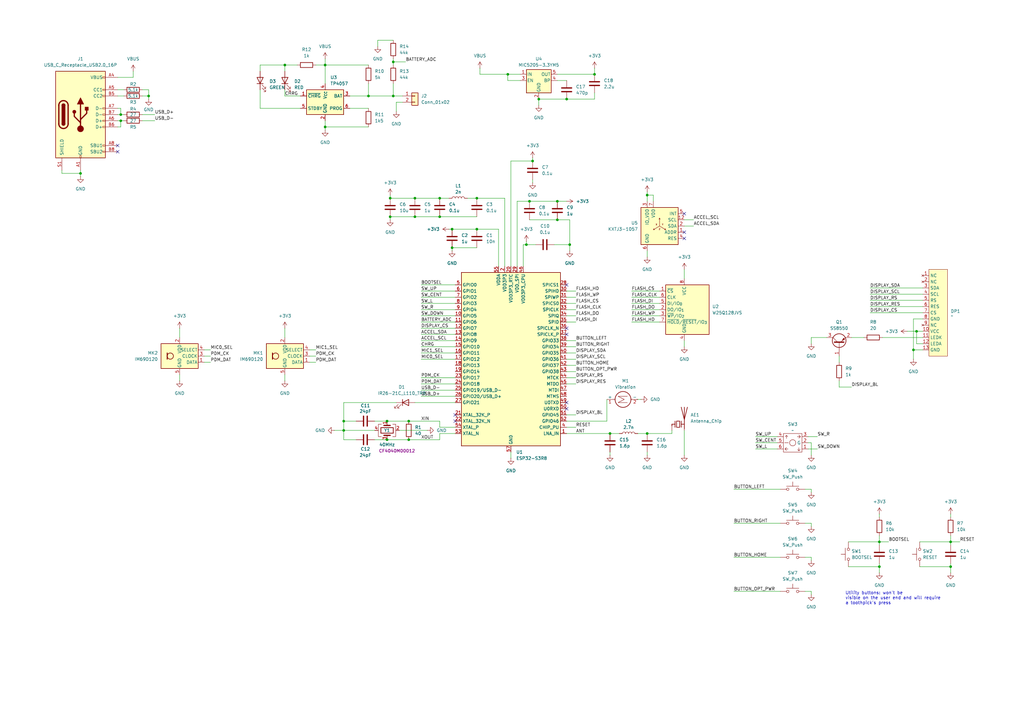
<source format=kicad_sch>
(kicad_sch (version 20250114) (generator "eeschema") (generator_version "9.0")
  (paper "A3")
  (text "Utility buttons: won't be\nvisible on the user end and will require\na toothpick's press" (at 346.71 242.57 0) (effects (font (size 1.27 1.27)) (justify left top)))
  (junction (at 389.89 232.41))
  (junction (at 233.68 100.33))
  (junction (at 180.34 88.9))
  (junction (at 133.35 26.67))
  (junction (at 170.18 81.28))
  (junction (at 140.97 176.53))
  (junction (at 375.92 135.89))
  (junction (at 218.44 66.04))
  (junction (at 195.58 93.98))
  (junction (at 180.34 81.28))
  (junction (at 133.35 52.07))
  (junction (at 116.84 26.67))
  (junction (at 158.75 172.72))
  (junction (at 49.53 46.99))
  (junction (at 160.02 81.28))
  (junction (at 49.53 49.53))
  (junction (at 228.6 82.55))
  (junction (at 33.02 71.12))
  (junction (at 232.41 40.64))
  (junction (at 60.96 39.37))
  (junction (at 389.89 222.25))
  (junction (at 228.6 90.17))
  (junction (at 217.17 82.55))
  (junction (at 185.42 101.6))
  (junction (at 161.29 25.4))
  (junction (at 360.68 222.25))
  (junction (at 140.97 172.72))
  (junction (at 158.75 180.34))
  (junction (at 265.43 177.8))
  (junction (at 243.84 30.48))
  (junction (at 160.02 88.9))
  (junction (at 220.98 40.64))
  (junction (at 185.42 93.98))
  (junction (at 170.18 88.9))
  (junction (at 151.13 39.37))
  (junction (at 360.68 232.41))
  (junction (at 374.65 143.51))
  (junction (at 215.9 100.33))
  (junction (at 208.28 30.48))
  (junction (at 265.43 80.01))
  (junction (at 195.58 81.28))
  (junction (at 167.64 180.34))
  (junction (at 167.64 172.72))
  (junction (at 161.29 39.37))
  (junction (at 250.19 177.8))
  (no_connect (at 280.67 95.25))
  (no_connect (at 232.41 167.64))
  (no_connect (at 280.67 97.79))
  (no_connect (at 186.69 170.18))
  (no_connect (at 232.41 134.62))
  (no_connect (at 186.69 172.72))
  (no_connect (at 48.26 59.69))
  (no_connect (at 232.41 116.84))
  (no_connect (at 232.41 137.16))
  (no_connect (at 232.41 165.1))
  (no_connect (at 48.26 62.23))
  (no_connect (at 280.67 87.63))
  (wire (pts (xy 184.15 93.98) (xy 185.42 93.98)))
  (wire (pts (xy 185.42 101.6) (xy 185.42 102.87)))
  (wire (pts (xy 218.44 73.66) (xy 218.44 74.93)))
  (wire (pts (xy 347.98 232.41) (xy 360.68 232.41)))
  (wire (pts (xy 172.72 154.94) (xy 186.69 154.94)))
  (wire (pts (xy 236.22 119.38) (xy 232.41 119.38)))
  (wire (pts (xy 236.22 124.46) (xy 232.41 124.46)))
  (wire (pts (xy 116.84 26.67) (xy 121.92 26.67)))
  (wire (pts (xy 360.68 219.71) (xy 360.68 222.25)))
  (wire (pts (xy 170.18 88.9) (xy 180.34 88.9)))
  (wire (pts (xy 151.13 34.29) (xy 151.13 39.37)))
  (wire (pts (xy 172.72 160.02) (xy 186.69 160.02)))
  (wire (pts (xy 161.29 39.37) (xy 165.1 39.37)))
  (wire (pts (xy 172.72 127) (xy 186.69 127)))
  (wire (pts (xy 180.34 88.9) (xy 195.58 88.9)))
  (wire (pts (xy 160.02 81.28) (xy 170.18 81.28)))
  (wire (pts (xy 280.67 176.53) (xy 280.67 186.69)))
  (wire (pts (xy 217.17 90.17) (xy 228.6 90.17)))
  (wire (pts (xy 236.22 121.92) (xy 232.41 121.92)))
  (wire (pts (xy 172.72 121.92) (xy 186.69 121.92)))
  (wire (pts (xy 360.68 210.82) (xy 360.68 212.09)))
  (wire (pts (xy 300.99 228.6) (xy 320.04 228.6)))
  (wire (pts (xy 195.58 81.28) (xy 191.77 81.28)))
  (wire (pts (xy 236.22 157.48) (xy 232.41 157.48)))
  (wire (pts (xy 48.26 46.99) (xy 49.53 46.99)))
  (wire (pts (xy 140.97 165.1) (xy 140.97 172.72)))
  (wire (pts (xy 344.17 146.05) (xy 344.17 148.59)))
  (wire (pts (xy 331.47 179.07) (xy 335.28 179.07)))
  (wire (pts (xy 228.6 30.48) (xy 243.84 30.48)))
  (wire (pts (xy 133.35 26.67) (xy 133.35 24.13)))
  (wire (pts (xy 180.34 177.8) (xy 180.34 180.34)))
  (wire (pts (xy 332.74 228.6) (xy 332.74 229.87)))
  (wire (pts (xy 186.69 175.26) (xy 180.34 175.26)))
  (wire (pts (xy 243.84 40.64) (xy 243.84 38.1)))
  (wire (pts (xy 377.19 232.41) (xy 389.89 232.41)))
  (wire (pts (xy 236.22 144.78) (xy 232.41 144.78)))
  (wire (pts (xy 356.87 128.27) (xy 378.46 128.27)))
  (wire (pts (xy 265.43 80.01) (xy 265.43 82.55)))
  (wire (pts (xy 153.67 180.34) (xy 158.75 180.34)))
  (wire (pts (xy 213.36 33.02) (xy 208.28 33.02)))
  (wire (pts (xy 349.25 158.75) (xy 344.17 158.75)))
  (wire (pts (xy 48.26 49.53) (xy 49.53 49.53)))
  (wire (pts (xy 361.95 138.43) (xy 378.46 138.43)))
  (wire (pts (xy 172.72 139.7) (xy 186.69 139.7)))
  (wire (pts (xy 172.72 119.38) (xy 186.69 119.38)))
  (wire (pts (xy 389.89 210.82) (xy 389.89 212.09)))
  (wire (pts (xy 259.08 129.54) (xy 270.51 129.54)))
  (wire (pts (xy 309.88 179.07) (xy 318.77 179.07)))
  (wire (pts (xy 300.99 242.57) (xy 320.04 242.57)))
  (wire (pts (xy 332.74 186.69) (xy 332.74 181.61)))
  (wire (pts (xy 160.02 88.9) (xy 160.02 90.17)))
  (wire (pts (xy 172.72 116.84) (xy 186.69 116.84)))
  (wire (pts (xy 212.09 109.22) (xy 212.09 82.55)))
  (wire (pts (xy 127 146.05) (xy 129.54 146.05)))
  (wire (pts (xy 48.26 36.83) (xy 50.8 36.83)))
  (wire (pts (xy 127 143.51) (xy 129.54 143.51)))
  (wire (pts (xy 309.88 181.61) (xy 318.77 181.61)))
  (wire (pts (xy 127 148.59) (xy 129.54 148.59)))
  (wire (pts (xy 378.46 140.97) (xy 375.92 140.97)))
  (wire (pts (xy 356.87 118.11) (xy 378.46 118.11)))
  (wire (pts (xy 300.99 214.63) (xy 320.04 214.63)))
  (wire (pts (xy 54.61 31.75) (xy 48.26 31.75)))
  (wire (pts (xy 232.41 149.86) (xy 236.22 149.86)))
  (wire (pts (xy 275.59 177.8) (xy 275.59 176.53)))
  (wire (pts (xy 375.92 135.89) (xy 378.46 135.89)))
  (wire (pts (xy 186.69 177.8) (xy 180.34 177.8)))
  (wire (pts (xy 170.18 165.1) (xy 186.69 165.1)))
  (wire (pts (xy 265.43 78.74) (xy 265.43 80.01)))
  (wire (pts (xy 389.89 222.25) (xy 389.89 223.52)))
  (wire (pts (xy 162.56 165.1) (xy 140.97 165.1)))
  (wire (pts (xy 375.92 140.97) (xy 375.92 135.89)))
  (wire (pts (xy 261.62 163.83) (xy 262.89 163.83)))
  (wire (pts (xy 83.82 146.05) (xy 86.36 146.05)))
  (wire (pts (xy 25.4 69.85) (xy 25.4 71.12)))
  (wire (pts (xy 360.68 222.25) (xy 364.49 222.25)))
  (wire (pts (xy 204.47 109.22) (xy 204.47 93.98)))
  (wire (pts (xy 165.1 41.91) (xy 162.56 41.91)))
  (wire (pts (xy 330.2 242.57) (xy 332.74 242.57)))
  (wire (pts (xy 265.43 177.8) (xy 275.59 177.8)))
  (wire (pts (xy 233.68 90.17) (xy 233.68 100.33)))
  (wire (pts (xy 153.67 172.72) (xy 158.75 172.72)))
  (wire (pts (xy 172.72 157.48) (xy 186.69 157.48)))
  (wire (pts (xy 233.68 102.87) (xy 233.68 100.33)))
  (wire (pts (xy 140.97 176.53) (xy 140.97 180.34)))
  (wire (pts (xy 116.84 26.67) (xy 116.84 29.21)))
  (wire (pts (xy 167.64 180.34) (xy 180.34 180.34)))
  (wire (pts (xy 374.65 143.51) (xy 378.46 143.51)))
  (wire (pts (xy 180.34 175.26) (xy 180.34 172.72)))
  (wire (pts (xy 220.98 40.64) (xy 232.41 40.64)))
  (wire (pts (xy 300.99 200.66) (xy 320.04 200.66)))
  (wire (pts (xy 60.96 39.37) (xy 60.96 36.83)))
  (wire (pts (xy 106.68 29.21) (xy 106.68 26.67)))
  (wire (pts (xy 33.02 71.12) (xy 33.02 72.39)))
  (wire (pts (xy 207.01 109.22) (xy 207.01 81.28)))
  (wire (pts (xy 232.41 142.24) (xy 236.22 142.24)))
  (wire (pts (xy 339.09 138.43) (xy 332.74 138.43)))
  (wire (pts (xy 58.42 39.37) (xy 60.96 39.37)))
  (wire (pts (xy 172.72 162.56) (xy 186.69 162.56)))
  (wire (pts (xy 220.98 40.64) (xy 220.98 43.18)))
  (wire (pts (xy 161.29 25.4) (xy 166.37 25.4)))
  (wire (pts (xy 172.72 129.54) (xy 186.69 129.54)))
  (wire (pts (xy 356.87 123.19) (xy 378.46 123.19)))
  (wire (pts (xy 248.92 172.72) (xy 248.92 163.83)))
  (wire (pts (xy 332.74 181.61) (xy 331.47 181.61)))
  (wire (pts (xy 259.08 119.38) (xy 270.51 119.38)))
  (wire (pts (xy 49.53 46.99) (xy 50.8 46.99)))
  (wire (pts (xy 228.6 82.55) (xy 232.41 82.55)))
  (wire (pts (xy 133.35 52.07) (xy 133.35 53.34)))
  (wire (pts (xy 172.72 137.16) (xy 186.69 137.16)))
  (wire (pts (xy 360.68 222.25) (xy 360.68 223.52)))
  (wire (pts (xy 83.82 148.59) (xy 86.36 148.59)))
  (wire (pts (xy 151.13 52.07) (xy 133.35 52.07)))
  (wire (pts (xy 116.84 153.67) (xy 116.84 156.21)))
  (wire (pts (xy 158.75 180.34) (xy 167.64 180.34)))
  (wire (pts (xy 143.51 44.45) (xy 151.13 44.45)))
  (wire (pts (xy 129.54 26.67) (xy 133.35 26.67)))
  (wire (pts (xy 217.17 82.55) (xy 228.6 82.55)))
  (wire (pts (xy 378.46 130.81) (xy 374.65 130.81)))
  (wire (pts (xy 33.02 71.12) (xy 33.02 69.85)))
  (wire (pts (xy 236.22 132.08) (xy 232.41 132.08)))
  (wire (pts (xy 167.64 172.72) (xy 180.34 172.72)))
  (wire (pts (xy 259.08 121.92) (xy 270.51 121.92)))
  (wire (pts (xy 265.43 102.87) (xy 265.43 105.41)))
  (wire (pts (xy 172.72 144.78) (xy 186.69 144.78)))
  (wire (pts (xy 374.65 130.81) (xy 374.65 143.51)))
  (wire (pts (xy 180.34 81.28) (xy 184.15 81.28)))
  (wire (pts (xy 48.26 52.07) (xy 49.53 52.07)))
  (wire (pts (xy 49.53 52.07) (xy 49.53 49.53)))
  (wire (pts (xy 172.72 147.32) (xy 186.69 147.32)))
  (wire (pts (xy 196.85 27.94) (xy 196.85 30.48)))
  (wire (pts (xy 214.63 100.33) (xy 215.9 100.33)))
  (wire (pts (xy 280.67 110.49) (xy 280.67 114.3)))
  (wire (pts (xy 208.28 33.02) (xy 208.28 30.48)))
  (wire (pts (xy 349.25 138.43) (xy 354.33 138.43)))
  (wire (pts (xy 140.97 176.53) (xy 140.97 172.72)))
  (wire (pts (xy 330.2 228.6) (xy 332.74 228.6)))
  (wire (pts (xy 280.67 90.17) (xy 284.48 90.17)))
  (wire (pts (xy 151.13 26.67) (xy 133.35 26.67)))
  (wire (pts (xy 360.68 232.41) (xy 360.68 234.95)))
  (wire (pts (xy 172.72 134.62) (xy 186.69 134.62)))
  (wire (pts (xy 140.97 176.53) (xy 153.67 176.53)))
  (wire (pts (xy 172.72 142.24) (xy 186.69 142.24)))
  (wire (pts (xy 232.41 152.4) (xy 236.22 152.4)))
  (wire (pts (xy 161.29 16.51) (xy 154.94 16.51)))
  (wire (pts (xy 185.42 93.98) (xy 195.58 93.98)))
  (wire (pts (xy 232.41 139.7) (xy 236.22 139.7)))
  (wire (pts (xy 215.9 99.06) (xy 215.9 100.33)))
  (wire (pts (xy 228.6 90.17) (xy 233.68 90.17)))
  (wire (pts (xy 309.88 184.15) (xy 318.77 184.15)))
  (wire (pts (xy 106.68 26.67) (xy 116.84 26.67)))
  (wire (pts (xy 332.74 138.43) (xy 332.74 140.97)))
  (wire (pts (xy 185.42 101.6) (xy 195.58 101.6)))
  (wire (pts (xy 236.22 129.54) (xy 232.41 129.54)))
  (wire (pts (xy 236.22 154.94) (xy 232.41 154.94)))
  (wire (pts (xy 215.9 100.33) (xy 219.71 100.33)))
  (wire (pts (xy 331.47 184.15) (xy 335.28 184.15)))
  (wire (pts (xy 332.74 200.66) (xy 332.74 201.93)))
  (wire (pts (xy 389.89 219.71) (xy 389.89 222.25)))
  (wire (pts (xy 232.41 177.8) (xy 250.19 177.8)))
  (wire (pts (xy 172.72 132.08) (xy 186.69 132.08)))
  (wire (pts (xy 236.22 147.32) (xy 232.41 147.32)))
  (wire (pts (xy 332.74 242.57) (xy 332.74 243.84)))
  (wire (pts (xy 356.87 125.73) (xy 378.46 125.73)))
  (wire (pts (xy 344.17 158.75) (xy 344.17 156.21)))
  (wire (pts (xy 54.61 29.21) (xy 54.61 31.75)))
  (wire (pts (xy 151.13 39.37) (xy 161.29 39.37)))
  (wire (pts (xy 161.29 24.13) (xy 161.29 25.4)))
  (wire (pts (xy 243.84 27.94) (xy 243.84 30.48)))
  (wire (pts (xy 267.97 82.55) (xy 267.97 80.01)))
  (wire (pts (xy 133.35 26.67) (xy 133.35 34.29)))
  (wire (pts (xy 227.33 100.33) (xy 233.68 100.33)))
  (wire (pts (xy 154.94 16.51) (xy 154.94 19.05)))
  (wire (pts (xy 232.41 40.64) (xy 243.84 40.64)))
  (wire (pts (xy 162.56 41.91) (xy 162.56 45.72)))
  (wire (pts (xy 330.2 214.63) (xy 332.74 214.63)))
  (wire (pts (xy 347.98 222.25) (xy 360.68 222.25)))
  (wire (pts (xy 218.44 64.77) (xy 218.44 66.04)))
  (wire (pts (xy 161.29 25.4) (xy 161.29 26.67)))
  (wire (pts (xy 236.22 127) (xy 232.41 127)))
  (wire (pts (xy 137.16 176.53) (xy 140.97 176.53)))
  (wire (pts (xy 372.11 135.89) (xy 375.92 135.89)))
  (wire (pts (xy 207.01 81.28) (xy 195.58 81.28)))
  (wire (pts (xy 58.42 46.99) (xy 63.5 46.99)))
  (wire (pts (xy 209.55 185.42) (xy 209.55 187.96)))
  (wire (pts (xy 172.72 124.46) (xy 186.69 124.46)))
  (wire (pts (xy 259.08 124.46) (xy 270.51 124.46)))
  (wire (pts (xy 267.97 80.01) (xy 265.43 80.01)))
  (wire (pts (xy 209.55 109.22) (xy 209.55 66.04)))
  (wire (pts (xy 163.83 176.53) (xy 175.26 176.53)))
  (wire (pts (xy 214.63 109.22) (xy 214.63 100.33)))
  (wire (pts (xy 106.68 44.45) (xy 123.19 44.45)))
  (wire (pts (xy 58.42 49.53) (xy 63.5 49.53)))
  (wire (pts (xy 48.26 44.45) (xy 49.53 44.45)))
  (wire (pts (xy 48.26 39.37) (xy 50.8 39.37)))
  (wire (pts (xy 196.85 30.48) (xy 208.28 30.48)))
  (wire (pts (xy 209.55 66.04) (xy 218.44 66.04)))
  (wire (pts (xy 49.53 44.45) (xy 49.53 46.99)))
  (wire (pts (xy 106.68 36.83) (xy 106.68 44.45)))
  (wire (pts (xy 374.65 143.51) (xy 374.65 147.32)))
  (wire (pts (xy 360.68 232.41) (xy 360.68 231.14)))
  (wire (pts (xy 73.66 134.62) (xy 73.66 138.43)))
  (wire (pts (xy 356.87 120.65) (xy 378.46 120.65)))
  (wire (pts (xy 140.97 180.34) (xy 146.05 180.34)))
  (wire (pts (xy 133.35 49.53) (xy 133.35 52.07)))
  (wire (pts (xy 261.62 177.8) (xy 265.43 177.8)))
  (wire (pts (xy 280.67 92.71) (xy 284.48 92.71)))
  (wire (pts (xy 232.41 172.72) (xy 248.92 172.72)))
  (wire (pts (xy 332.74 214.63) (xy 332.74 215.9)))
  (wire (pts (xy 60.96 40.64) (xy 60.96 39.37)))
  (wire (pts (xy 116.84 134.62) (xy 116.84 138.43)))
  (wire (pts (xy 123.19 39.37) (xy 116.84 39.37)))
  (wire (pts (xy 259.08 127) (xy 270.51 127)))
  (wire (pts (xy 170.18 81.28) (xy 180.34 81.28)))
  (wire (pts (xy 212.09 82.55) (xy 217.17 82.55)))
  (wire (pts (xy 250.19 177.8) (xy 254 177.8)))
  (wire (pts (xy 389.89 231.14) (xy 389.89 232.41)))
  (wire (pts (xy 250.19 186.69) (xy 250.19 185.42)))
  (wire (pts (xy 158.75 172.72) (xy 167.64 172.72)))
  (wire (pts (xy 208.28 30.48) (xy 213.36 30.48)))
  (wire (pts (xy 265.43 186.69) (xy 265.43 185.42)))
  (wire (pts (xy 377.19 222.25) (xy 389.89 222.25)))
  (wire (pts (xy 389.89 232.41) (xy 389.89 234.95)))
  (wire (pts (xy 116.84 39.37) (xy 116.84 36.83)))
  (wire (pts (xy 232.41 175.26) (xy 236.22 175.26)))
  (wire (pts (xy 160.02 80.01) (xy 160.02 81.28)))
  (wire (pts (xy 389.89 222.25) (xy 393.7 222.25)))
  (wire (pts (xy 25.4 71.12) (xy 33.02 71.12)))
  (wire (pts (xy 330.2 200.66) (xy 332.74 200.66)))
  (wire (pts (xy 204.47 93.98) (xy 195.58 93.98)))
  (wire (pts (xy 140.97 172.72) (xy 146.05 172.72)))
  (wire (pts (xy 161.29 34.29) (xy 161.29 39.37)))
  (wire (pts (xy 83.82 143.51) (xy 86.36 143.51)))
  (wire (pts (xy 49.53 49.53) (xy 50.8 49.53)))
  (wire (pts (xy 232.41 170.18) (xy 236.22 170.18)))
  (wire (pts (xy 228.6 33.02) (xy 232.41 33.02)))
  (wire (pts (xy 280.67 139.7) (xy 280.67 142.24)))
  (wire (pts (xy 60.96 36.83) (xy 58.42 36.83)))
  (wire (pts (xy 259.08 132.08) (xy 270.51 132.08)))
  (wire (pts (xy 143.51 39.37) (xy 151.13 39.37)))
  (wire (pts (xy 73.66 153.67) (xy 73.66 156.21)))
  (wire (pts (xy 160.02 88.9) (xy 170.18 88.9)))
  (label "PDM_DAT" (at 172.72 157.48 0))
  (label "SW_UP" (at 309.88 179.07 0))
  (label "ACCEL_SCL" (at 284.48 90.17 0))
  (label "XIN" (at 172.72 172.72 0))
  (label "PDM_CK" (at 172.72 154.94 0))
  (label "BUTTON_OPT_PWR" (at 300.99 242.57 0))
  (label "ANT" (at 236.22 177.8 0))
  (label "FLASH_HD" (at 236.22 119.38 0))
  (label "BOOTSEL" (at 172.72 116.84 0))
  (label "SW_R" (at 172.72 127 0))
  (label "DISPLAY_RS" (at 356.87 123.19 0))
  (label "SW_DOWN" (at 335.28 184.15 0))
  (label "RESET" (at 393.7 222.25 0))
  (label "XOUT" (at 172.72 180.34 0))
  (label "FLASH_DI" (at 236.22 132.08 0))
  (label "BUTTON_LEFT" (at 236.22 139.7 0))
  (label "FLASH_CS" (at 236.22 124.46 0))
  (label "MIC0_SEL" (at 172.72 147.32 0))
  (label "PDM_CK" (at 129.54 146.05 0))
  (label "PDM_DAT" (at 129.54 148.59 0))
  (label "PDM_CK" (at 86.36 146.05 0))
  (label "MIC1_SEL" (at 129.54 143.51 0))
  (label "DISPLAY_SCL" (at 356.87 120.65 0))
  (label "RESET" (at 236.22 175.26 0))
  (label "SW_L" (at 309.88 184.15 0))
  (label "DISPLAY_RES" (at 236.22 157.48 0))
  (label "SW_UP" (at 172.72 119.38 0))
  (label "FLASH_WP" (at 259.08 129.54 0))
  (label "BUTTON_HOME" (at 236.22 149.86 0))
  (label "BUTTON_OPT_PWR" (at 236.22 152.4 0))
  (label "FLASH_WP" (at 236.22 121.92 0))
  (label "DISPLAY_BL" (at 236.22 170.18 0))
  (label "BOOTSEL" (at 364.49 222.25 0))
  (label "DISPLAY_SDA" (at 236.22 144.78 0))
  (label "FLASH_CLK" (at 259.08 121.92 0))
  (label "DISPLAY_RS" (at 236.22 154.94 0))
  (label "FLASH_HD" (at 259.08 132.08 0))
  (label "USB_D+" (at 63.5 46.99 0))
  (label "SW_R" (at 335.28 179.07 0))
  (label "DISPLAY_CS" (at 172.72 134.62 0))
  (label "DISPLAY_SCL" (at 236.22 147.32 0))
  (label "USB_D-" (at 63.5 49.53 0))
  (label "DISPLAY_CS" (at 356.87 128.27 0))
  (label "BATTERY_ADC" (at 166.37 25.4 0))
  (label "ACCEL_SDA" (at 284.48 92.71 0))
  (label "FLASH_DI" (at 259.08 124.46 0))
  (label "SW_CENT" (at 172.72 121.92 0))
  (label "SW_DOWN" (at 172.72 129.54 0))
  (label "ACCEL_SDA" (at 172.72 137.16 0))
  (label "BUTTON_LEFT" (at 300.99 200.66 0))
  (label "USB_D+" (at 172.72 162.56 0))
  (label "DISPLAY_BL" (at 349.25 158.75 0))
  (label "FLASH_CS" (at 259.08 119.38 0))
  (label "DISPLAY_SDA" (at 356.87 118.11 0))
  (label "ACCEL_SCL" (at 172.72 139.7 0))
  (label "MIC1_SEL" (at 172.72 144.78 0))
  (label "USB_D-" (at 172.72 160.02 0))
  (label "SW_CENT" (at 309.88 181.61 0))
  (label "BATTERY_ADC" (at 172.72 132.08 0))
  (label "BUTTON_RIGHT" (at 236.22 142.24 0))
  (label "BUTTON_HOME" (at 300.99 228.6 0))
  (label "PDM_DAT" (at 86.36 148.59 0))
  (label "FLASH_DO" (at 259.08 127 0))
  (label "CHRG" (at 116.84 39.37 0))
  (label "DISPLAY_RES" (at 356.87 125.73 0))
  (label "SW_L" (at 172.72 124.46 0))
  (label "BUTTON_RIGHT" (at 300.99 214.63 0))
  (label "FLASH_DO" (at 236.22 129.54 0))
  (label "FLASH_CLK" (at 236.22 127 0))
  (label "MIC0_SEL" (at 86.36 143.51 0))
  (label "CHRG" (at 172.72 142.24 0))
  (symbol (lib_id "power:+3V3") (at 215.9 99.06 0) (unit 1)
    (property "Reference" "#PWR05" (effects (hide yes)))
    (property "Value" "+3V3" (at 215.9 93.98 0))
    (property "Description" "Power symbol creates a global label with name \"+3V3\"" (effects (hide yes)))
  )
  (symbol (lib_id "power:+3V3") (at 360.68 210.82 0) (unit 1)
    (property "Reference" "#PWR020" (effects (hide yes)))
    (property "Value" "+3V3" (at 360.68 205.74 0))
    (property "Description" "Power symbol creates a global label with name \"+3V3\"" (effects (hide yes)))
  )
  (symbol (lib_id "Switch:SW_Push") (at 325.12 228.6 0) (unit 1)
    (property "Reference" "SW6" (at 325.12 220.98 0))
    (property "Value" "SW_Push" (at 325.12 223.52 0))
    (property "Footprint" "Button_Switch_SMD:SW_Push_1P1T_NO_Vertical_Wuerth_434133025816" (effects (hide yes)))
    (property "Description" "Push button switch, generic, two pins" (effects (hide yes)))
  )
  (symbol (lib_id "power:GND") (at 332.74 201.93 0) (unit 1)
    (property "Reference" "#PWR026" (effects (hide yes)))
    (property "Value" "GND" (at 332.74 207.01 0))
    (property "Description" "Power symbol creates a global label with name \"GND\" , ground" (effects (hide yes)))
  )
  (symbol (lib_id "Device:R") (at 54.61 36.83 90) (unit 1)
    (property "Reference" "R2" (at 54.61 34.544 90))
    (property "Value" "5.1k" (at 54.61 36.83 90))
    (property "Footprint" "Resistor_SMD:R_0402_1005Metric" (effects (hide yes)))
    (property "Description" "Resistor" (effects (hide yes)))
  )
  (symbol (lib_id "power:VBUS") (at 54.61 29.21 0) (unit 1)
    (property "Reference" "#PWR012" (effects (hide yes)))
    (property "Value" "VBUS" (at 54.61 24.13 0))
    (property "Description" "Power symbol creates a global label with name \"VBUS\"" (effects (hide yes)))
  )
  (symbol (lib_id "power:GND") (at 73.66 156.21 0) (unit 1)
    (property "Reference" "#PWR045" (effects (hide yes)))
    (property "Value" "GND" (at 73.66 161.29 0))
    (property "Description" "Power symbol creates a global label with name \"GND\" , ground" (effects (hide yes)))
  )
  (symbol (lib_id "Device:C") (at 360.68 227.33 0) (unit 1)
    (property "Reference" "C13" (at 364.49 226.0599 0) (effects (justify left)))
    (property "Value" "1u" (at 364.49 228.5999 0) (effects (justify left)))
    (property "Footprint" "Capacitor_SMD:C_0402_1005Metric" (effects (hide yes)))
    (property "Description" "Unpolarized capacitor" (effects (hide yes)))
  )
  (symbol (lib_id "Device:C") (at 170.18 85.09 0) (unit 1)
    (property "Reference" "C5" (at 173.99 83.8199 0) (effects (justify left)))
    (property "Value" "1u" (at 173.99 86.3599 0) (effects (justify left)))
    (property "Footprint" "Capacitor_SMD:C_0402_1005Metric" (effects (hide yes)))
    (property "Description" "Unpolarized capacitor" (effects (hide yes)))
  )
  (symbol (lib_id "Device:C") (at 389.89 227.33 0) (unit 1)
    (property "Reference" "C14" (at 393.7 226.0599 0) (effects (justify left)))
    (property "Value" "1u" (at 393.7 228.5999 0) (effects (justify left)))
    (property "Footprint" "Capacitor_SMD:C_0402_1005Metric" (effects (hide yes)))
    (property "Description" "Unpolarized capacitor" (effects (hide yes)))
  )
  (symbol (lib_id "Device:C") (at 217.17 86.36 0) (unit 1)
    (property "Reference" "C8" (at 220.98 85.0899 0) (effects (justify left)))
    (property "Value" "0.1u" (at 220.98 87.6299 0) (effects (justify left)))
    (property "Footprint" "Capacitor_SMD:C_0402_1005Metric" (effects (hide yes)))
    (property "Description" "Unpolarized capacitor" (effects (hide yes)))
  )
  (symbol (lib_id "Device:R") (at 360.68 215.9 0) (unit 1)
    (property "Reference" "R6" (at 363.22 214.6299 0) (effects (justify left)))
    (property "Value" "10k" (at 363.22 217.1699 0) (effects (justify left)))
    (property "Footprint" "Resistor_SMD:R_0402_1005Metric" (effects (hide yes)))
    (property "Description" "Resistor" (effects (hide yes)))
  )
  (symbol (lib_id "Connector_Generic:Conn_01x02") (at 170.18 39.37 0) (unit 1)
    (property "Reference" "J2" (at 172.72 39.3699 0) (effects (justify left)))
    (property "Value" "Conn_01x02" (at 172.72 41.9099 0) (effects (justify left)))
    (property "Footprint" "Connector_JST:JST_PH_S2B-PH-SM4-TB_1x02-1MP_P2.00mm_Horizontal" (effects (hide yes)))
    (property "Description" "Generic connector, single row, 01x02, script generated (kicad-library-utils/schlib/autogen/connector/)" (effects (hide yes)))
  )
  (symbol (lib_id "Device:C") (at 243.84 34.29 0) (unit 1)
    (property "Reference" "C18" (at 247.65 33.0199 0) (effects (justify left)))
    (property "Value" "2.2u" (at 247.65 35.5599 0) (effects (justify left)))
    (property "Footprint" "Capacitor_SMD:C_0402_1005Metric" (effects (hide yes)))
    (property "Description" "Unpolarized capacitor" (effects (hide yes)))
  )
  (symbol (lib_id "power:GND") (at 116.84 156.21 0) (unit 1)
    (property "Reference" "#PWR046" (effects (hide yes)))
    (property "Value" "GND" (at 116.84 161.29 0))
    (property "Description" "Power symbol creates a global label with name \"GND\" , ground" (effects (hide yes)))
  )
  (symbol (lib_id "power:+3V3") (at 372.11 135.89 90) (unit 1)
    (property "Reference" "#PWR023" (effects (hide yes)))
    (property "Value" "+3V3" (at 368.3 135.8899 90) (effects (justify left)))
    (property "Description" "Power symbol creates a global label with name \"+3V3\"" (effects (hide yes)))
  )
  (symbol (lib_id "power:GND") (at 332.74 186.69 0) (unit 1)
    (property "Reference" "#PWR025" (effects (hide yes)))
    (property "Value" "GND" (at 332.74 191.77 0))
    (property "Description" "Power symbol creates a global label with name \"GND\" , ground" (effects (hide yes)))
  )
  (symbol (lib_id "Device:C") (at 160.02 85.09 0) (unit 1)
    (property "Reference" "C6" (at 163.83 83.8199 0) (effects (justify left)))
    (property "Value" "10u" (at 163.83 86.3599 0) (effects (justify left)))
    (property "Footprint" "Capacitor_SMD:C_0402_1005Metric" (effects (hide yes)))
    (property "Description" "Unpolarized capacitor" (effects (hide yes)))
  )
  (symbol (lib_id "Device:C") (at 218.44 69.85 0) (unit 1)
    (property "Reference" "C7" (at 222.25 68.5799 0) (effects (justify left)))
    (property "Value" "0.1u" (at 222.25 71.1199 0) (effects (justify left)))
    (property "Footprint" "Capacitor_SMD:C_0402_1005Metric" (effects (hide yes)))
    (property "Description" "Unpolarized capacitor" (effects (hide yes)))
  )
  (symbol (lib_id "power:GND") (at 250.19 186.69 0) (unit 1)
    (property "Reference" "#PWR031" (effects (hide yes)))
    (property "Value" "GND" (at 250.19 191.77 0))
    (property "Description" "Power symbol creates a global label with name \"GND\" , ground" (effects (hide yes)))
  )
  (symbol (lib_id "Device:L") (at 187.96 81.28 90) (unit 1)
    (property "Reference" "L1" (at 187.96 76.2 90))
    (property "Value" "2n" (at 187.96 78.74 90))
    (property "Footprint" "Inductor_SMD:L_0402_1005Metric" (effects (hide yes)))
    (property "Description" "Inductor" (effects (hide yes)))
  )
  (symbol (lib_id "Device:C") (at 180.34 85.09 0) (unit 1)
    (property "Reference" "C4" (at 184.15 83.8199 0) (effects (justify left)))
    (property "Value" "0.1u" (at 184.15 86.3599 0) (effects (justify left)))
    (property "Footprint" "Capacitor_SMD:C_0402_1005Metric" (effects (hide yes)))
    (property "Description" "Unpolarized capacitor" (effects (hide yes)))
  )
  (symbol (lib_id "Switch:SW_Push") (at 347.98 227.33 90) (unit 1)
    (property "Reference" "SW1" (at 349.25 226.0599 90) (effects (justify right)))
    (property "Value" "BOOTSEL" (at 349.25 228.5999 90) (effects (justify right)))
    (property "Footprint" "Button_Switch_SMD:SW_Push_1P1T_NO_CK_KMR2" (effects (hide yes)))
    (property "Description" "Push button switch, generic, two pins" (effects (hide yes)))
  )
  (symbol (lib_id "Device:C") (at 232.41 36.83 0) (unit 1)
    (property "Reference" "C17" (at 236.22 35.5599 0) (effects (justify left)))
    (property "Value" "470p" (at 236.22 38.0999 0) (effects (justify left)))
    (property "Footprint" "Capacitor_SMD:C_0402_1005Metric" (effects (hide yes)))
    (property "Description" "Unpolarized capacitor" (effects (hide yes)))
  )
  (symbol (lib_id "power:GND") (at 209.55 187.96 0) (unit 1)
    (property "Reference" "#PWR010" (effects (hide yes)))
    (property "Value" "GND" (at 209.55 193.04 0))
    (property "Description" "Power symbol creates a global label with name \"GND\" , ground" (effects (hide yes)))
  )
  (symbol (lib_id "Device:C") (at 223.52 100.33 90) (unit 1)
    (property "Reference" "C10" (at 223.52 92.71 90))
    (property "Value" "0.1u" (at 223.52 95.25 90))
    (property "Footprint" "Capacitor_SMD:C_0402_1005Metric" (effects (hide yes)))
    (property "Description" "Unpolarized capacitor" (effects (hide yes)))
  )
  (symbol (lib_id "Device:C") (at 250.19 181.61 0) (unit 1)
    (property "Reference" "C15" (at 254 180.3399 0) (effects (justify left)))
    (property "Value" "1.6p" (at 254 182.8799 0) (effects (justify left)))
    (property "Footprint" "Capacitor_SMD:C_0402_1005Metric" (effects (hide yes)))
    (property "Description" "Unpolarized capacitor" (effects (hide yes)))
  )
  (symbol (lib_id "Switch:SW_Push") (at 325.12 200.66 0) (unit 1)
    (property "Reference" "SW4" (at 325.12 193.04 0))
    (property "Value" "SW_Push" (at 325.12 195.58 0))
    (property "Footprint" "Button_Switch_SMD:SW_Push_1P1T_NO_Vertical_Wuerth_434133025816" (effects (hide yes)))
    (property "Description" "Push button switch, generic, two pins" (effects (hide yes)))
  )
  (symbol (lib_id "power:GND") (at 265.43 186.69 0) (unit 1)
    (property "Reference" "#PWR030" (effects (hide yes)))
    (property "Value" "GND" (at 265.43 191.77 0))
    (property "Description" "Power symbol creates a global label with name \"GND\" , ground" (effects (hide yes)))
  )
  (symbol (lib_id "Device:C") (at 195.58 85.09 0) (unit 1)
    (property "Reference" "C3" (at 199.39 83.8199 0) (effects (justify left)))
    (property "Value" "0.1u" (at 199.39 86.3599 0) (effects (justify left)))
    (property "Footprint" "Capacitor_SMD:C_0402_1005Metric" (effects (hide yes)))
    (property "Description" "Unpolarized capacitor" (effects (hide yes)))
  )
  (symbol (lib_id "Device:C") (at 265.43 181.61 0) (unit 1)
    (property "Reference" "C16" (at 269.24 180.3399 0) (effects (justify left)))
    (property "Value" "1.6p" (at 269.24 182.8799 0) (effects (justify left)))
    (property "Footprint" "Capacitor_SMD:C_0402_1005Metric" (effects (hide yes)))
    (property "Description" "Unpolarized capacitor" (effects (hide yes)))
  )
  (symbol (lib_id "Device:Crystal_GND24") (at 158.75 176.53 270) (unit 1)
    (property "Reference" "Y1" (at 158.75 176.53 90))
    (property "Value" "40MHz" (at 158.75 182.372 90))
    (property "Footprint" "Crystal:Crystal_SMD_3225-4Pin_3.2x2.5mm" (effects (hide yes)))
    (property "Description" "Four pin crystal, GND on pins 2 and 4" (effects (hide yes)))
    (property "Name" "CF4040M00012" (at 162.814 184.912 90))
  )
  (symbol (lib_id "Sensor_Audio:IM69D120") (at 73.66 146.05 0) (unit 1)
    (property "Reference" "MK2" (at 64.77 144.7799 0) (effects (justify right)))
    (property "Value" "IM69D120" (at 64.77 147.3199 0) (effects (justify right)))
    (property "Footprint" "Sensor_Audio:Infineon_PG-LLGA-5-1" (effects (hide yes)))
    (property "Datasheet" "https://www.infineon.com/dgdl/Infineon-IM69D120-DS-v01_00-EN.pdf?fileId=5546d462602a9dc801607a0e41a01a2b" (effects (hide yes)))
    (property "Description" "High performance digital XENSIV MEMS microphone, -26 dBFS Sensitivity, LLGA-5" (effects (hide yes)))
  )
  (symbol (lib_id "Sensor_Audio:IM69D120") (at 116.84 146.05 0) (unit 1)
    (property "Reference" "MK1" (at 107.95 144.7799 0) (effects (justify right)))
    (property "Value" "IM69D120" (at 107.95 147.3199 0) (effects (justify right)))
    (property "Footprint" "Sensor_Audio:Infineon_PG-LLGA-5-1" (effects (hide yes)))
    (property "Datasheet" "https://www.infineon.com/dgdl/Infineon-IM69D120-DS-v01_00-EN.pdf?fileId=5546d462602a9dc801607a0e41a01a2b" (effects (hide yes)))
    (property "Description" "High performance digital XENSIV MEMS microphone, -26 dBFS Sensitivity, LLGA-5" (effects (hide yes)))
  )
  (symbol (lib_id "power:GND") (at 280.67 142.24 0) (unit 1)
    (property "Reference" "#PWR017" (effects (hide yes)))
    (property "Value" "GND" (at 280.67 147.32 0))
    (property "Description" "Power symbol creates a global label with name \"GND\" , ground" (effects (hide yes)))
  )
  (symbol (lib_id "Device:Antenna_Chip") (at 278.13 173.99 0) (unit 1)
    (property "Reference" "AE1" (at 283.21 170.1799 0) (effects (justify left)))
    (property "Value" "Antenna_Chip" (at 283.21 172.7199 0) (effects (justify left)))
    (property "Footprint" "RF_Antenna:Texas_SWRA117D_2.4GHz_Left" (effects (hide yes)))
    (property "Description" "Ceramic chip antenna with pin for PCB trace" (effects (hide yes)))
  )
  (symbol (lib_id "Regulator_Linear:MIC5205-3.3YM5") (at 220.98 33.02 0) (unit 1)
    (property "Reference" "U4" (at 220.98 24.13 0))
    (property "Value" "MIC5205-3.3YM5" (at 220.98 26.67 0))
    (property "Footprint" "Package_TO_SOT_SMD:SOT-23-5" (effects (hide yes)))
    (property "Datasheet" "http://ww1.microchip.com/downloads/en/DeviceDoc/20005785A.pdf" (effects (hide yes)))
    (property "Description" "150mA low dropout linear regulator, fixed 3.3V output, SOT-23-5" (effects (hide yes)))
  )
  (symbol (lib_id "Device:R") (at 344.17 152.4 180) (unit 1)
    (property "Reference" "R9" (at 346.71 151.1299 0) (effects (justify right)))
    (property "Value" "1k" (at 346.71 153.6699 0) (effects (justify right)))
    (property "Footprint" "Resistor_SMD:R_0402_1005Metric" (effects (hide yes)))
    (property "Description" "Resistor" (effects (hide yes)))
  )
  (symbol (lib_id "power:GND") (at 360.68 234.95 0) (unit 1)
    (property "Reference" "#PWR019" (effects (hide yes)))
    (property "Value" "GND" (at 360.68 240.03 0))
    (property "Description" "Power symbol creates a global label with name \"GND\" , ground" (effects (hide yes)))
  )
  (symbol (lib_id "power:+3V3") (at 389.89 210.82 0) (unit 1)
    (property "Reference" "#PWR021" (effects (hide yes)))
    (property "Value" "+3V3" (at 389.89 205.74 0))
    (property "Description" "Power symbol creates a global label with name \"+3V3\"" (effects (hide yes)))
  )
  (symbol (lib_id "Device:R") (at 161.29 30.48 0) (unit 1)
    (property "Reference" "R13" (at 163.83 29.2099 0) (effects (justify left)))
    (property "Value" "44k" (at 163.83 31.7499 0) (effects (justify left)))
    (property "Footprint" "Resistor_SMD:R_0402_1005Metric" (effects (hide yes)))
    (property "Description" "Resistor" (effects (hide yes)))
  )
  (symbol (lib_id "Device:R") (at 151.13 48.26 0) (unit 1)
    (property "Reference" "R11" (at 153.67 46.9899 0) (effects (justify left)))
    (property "Value" "1k5" (at 153.67 49.5299 0) (effects (justify left)))
    (property "Footprint" "Resistor_SMD:R_0402_1005Metric" (effects (hide yes)))
    (property "Description" "Resistor" (effects (hide yes)))
  )
  (symbol (lib_id "Device:R") (at 161.29 20.32 0) (unit 1)
    (property "Reference" "R14" (at 163.83 19.0499 0) (effects (justify left)))
    (property "Value" "44k" (at 163.83 21.5899 0) (effects (justify left)))
    (property "Footprint" "Resistor_SMD:R_0402_1005Metric" (effects (hide yes)))
    (property "Description" "Resistor" (effects (hide yes)))
  )
  (symbol (lib_id "power:GND") (at 162.56 45.72 0) (unit 1)
    (property "Reference" "#PWR035" (effects (hide yes)))
    (property "Value" "GND" (at 162.56 50.8 0))
    (property "Description" "Power symbol creates a global label with name \"GND\" , ground" (effects (hide yes)))
  )
  (symbol (lib_id "power:GND") (at 218.44 74.93 0) (unit 1)
    (property "Reference" "#PWR07" (effects (hide yes)))
    (property "Value" "GND" (at 218.44 80.01 0))
    (property "Description" "Power symbol creates a global label with name \"GND\" , ground" (effects (hide yes)))
  )
  (symbol (lib_id "power:VBUS") (at 196.85 27.94 0) (unit 1)
    (property "Reference" "#PWR038" (effects (hide yes)))
    (property "Value" "VBUS" (at 196.85 22.86 0))
    (property "Description" "Power symbol creates a global label with name \"VBUS\"" (effects (hide yes)))
  )
  (symbol (lib_id "power:VBUS") (at 133.35 24.13 0) (unit 1)
    (property "Reference" "#PWR033" (effects (hide yes)))
    (property "Value" "VBUS" (at 133.35 19.05 0))
    (property "Description" "Power symbol creates a global label with name \"VBUS\"" (effects (hide yes)))
  )
  (symbol (lib_id "Switch:SW_Push") (at 325.12 242.57 0) (unit 1)
    (property "Reference" "SW7" (at 325.12 234.95 0))
    (property "Value" "SW_Push" (at 325.12 237.49 0))
    (property "Footprint" "Button_Switch_SMD:SW_Push_1P1T_NO_Vertical_Wuerth_434133025816" (effects (hide yes)))
    (property "Description" "Push button switch, generic, two pins" (effects (hide yes)))
  )
  (symbol (lib_id "power:GND") (at 60.96 40.64 0) (unit 1)
    (property "Reference" "#PWR013" (effects (hide yes)))
    (property "Value" "GND" (at 60.96 44.958 0))
    (property "Description" "Power symbol creates a global label with name \"GND\" , ground" (effects (hide yes)))
  )
  (symbol (lib_id "Device:LED") (at 106.68 33.02 90) (unit 1)
    (property "Reference" "D3" (at 110.49 33.3374 90) (effects (justify right)))
    (property "Value" "GREEN" (at 110.49 35.8774 90) (effects (justify right)))
    (property "Footprint" "LED_SMD:LED_0402_1005Metric" (effects (hide yes)))
    (property "Description" "Light emitting diode" (effects (hide yes)))
    (property "Sim.Pins" "1=K 2=A" (effects (hide yes)))
  )
  (symbol (lib_id "Device:C") (at 195.58 97.79 0) (unit 1)
    (property "Reference" "C1" (at 199.39 96.5199 0) (effects (justify left)))
    (property "Value" "10n" (at 199.39 99.0599 0) (effects (justify left)))
    (property "Footprint" "Capacitor_SMD:C_0402_1005Metric" (effects (hide yes)))
    (property "Description" "Unpolarized capacitor" (effects (hide yes)))
  )
  (symbol (lib_id "power:GND") (at 332.74 140.97 0) (unit 1)
    (property "Reference" "#PWR024" (effects (hide yes)))
    (property "Value" "GND" (at 332.74 146.05 0))
    (property "Description" "Power symbol creates a global label with name \"GND\" , ground" (effects (hide yes)))
  )
  (symbol (lib_id "Device:LED") (at 116.84 33.02 90) (unit 1)
    (property "Reference" "D2" (at 120.65 33.3374 90) (effects (justify right)))
    (property "Value" "RED" (at 120.65 35.8774 90) (effects (justify right)))
    (property "Footprint" "LED_SMD:LED_0402_1005Metric" (effects (hide yes)))
    (property "Description" "Light emitting diode" (effects (hide yes)))
    (property "Sim.Pins" "1=K 2=A" (effects (hide yes)))
  )
  (symbol (lib_id "power:+3V3") (at 218.44 64.77 0) (unit 1)
    (property "Reference" "#PWR03" (effects (hide yes)))
    (property "Value" "+3V3" (at 218.44 59.69 0))
    (property "Description" "Power symbol creates a global label with name \"+3V3\"" (effects (hide yes)))
  )
  (symbol (lib_id "power:GND") (at 265.43 105.41 0) (unit 1)
    (property "Reference" "#PWR041" (effects (hide yes)))
    (property "Value" "GND" (at 265.43 110.49 0))
    (property "Description" "Power symbol creates a global label with name \"GND\" , ground" (effects (hide yes)))
  )
  (symbol (lib_id "MCU_Espressif:ESP32-S3") (at 209.55 147.32 0) (unit 1)
    (property "Reference" "U1" (at 211.6933 185.42 0) (effects (justify left)))
    (property "Value" "ESP32-S3R8" (at 211.6933 187.96 0) (effects (justify left)))
    (property "Footprint" "Package_DFN_QFN:QFN-56-1EP_7x7mm_P0.4mm_EP4x4mm" (effects (hide yes)))
    (property "Datasheet" "https://www.espressif.com/sites/default/files/documentation/esp32-s3_datasheet_en.pdf" (effects (hide yes)))
    (property "Description" "Microcontroller, Wi-Fi 802.11b/g/n, Bluetooth, 32bit" (effects (hide yes)))
  )
  (symbol (lib_id "power:+3V3") (at 116.84 134.62 0) (unit 1)
    (property "Reference" "#PWR044" (effects (hide yes)))
    (property "Value" "+3V3" (at 116.84 129.54 0))
    (property "Description" "Power symbol creates a global label with name \"+3V3\"" (effects (hide yes)))
  )
  (symbol (lib_id "Device:R") (at 358.14 138.43 90) (unit 1)
    (property "Reference" "R8" (at 358.14 132.08 90))
    (property "Value" "20" (at 358.14 134.62 90))
    (property "Footprint" "Resistor_SMD:R_0402_1005Metric" (effects (hide yes)))
    (property "Description" "Resistor" (effects (hide yes)))
  )
  (symbol (lib_id "Device:R") (at 54.61 39.37 90) (unit 1)
    (property "Reference" "R3" (at 54.61 41.91 90))
    (property "Value" "5.1k" (at 54.61 39.37 90))
    (property "Footprint" "Resistor_SMD:R_0402_1005Metric" (effects (hide yes)))
    (property "Description" "Resistor" (effects (hide yes)))
  )
  (symbol (lib_id "Switch:SW_Push") (at 377.19 227.33 90) (unit 1)
    (property "Reference" "SW2" (at 378.46 226.0599 90) (effects (justify right)))
    (property "Value" "RESET" (at 378.46 228.5999 90) (effects (justify right)))
    (property "Footprint" "Button_Switch_SMD:SW_Push_1P1T_NO_CK_KMR2" (effects (hide yes)))
    (property "Description" "Push button switch, generic, two pins" (effects (hide yes)))
  )
  (symbol (lib_id "Device:C") (at 228.6 86.36 0) (unit 1)
    (property "Reference" "C9" (at 232.41 85.0899 0) (effects (justify left)))
    (property "Value" "1u" (at 232.41 87.6299 0) (effects (justify left)))
    (property "Footprint" "Capacitor_SMD:C_0402_1005Metric" (effects (hide yes)))
    (property "Description" "Unpolarized capacitor" (effects (hide yes)))
  )
  (symbol (lib_id "LED:IR26-21C_L110_TR8") (at 166.37 165.1 0) (unit 1)
    (property "Reference" "D1" (at 164.7825 158.75 0))
    (property "Value" "IR26-21C_L110_TR8" (at 164.7825 161.29 0))
    (property "Footprint" "LED_SMD:LED_1206_3216Metric" (effects (hide yes)))
    (property "Datasheet" "http://www.everlight.com/file/ProductFile/IR26-21C-L110-TR8.pdf" (effects (hide yes)))
    (property "Description" "940nm, 20 deg, Infrared LED, 1206" (effects (hide yes)))
  )
  (symbol (lib_id "power:GND") (at 332.74 243.84 0) (unit 1)
    (property "Reference" "#PWR029" (effects (hide yes)))
    (property "Value" "GND" (at 332.74 248.92 0))
    (property "Description" "Power symbol creates a global label with name \"GND\" , ground" (effects (hide yes)))
  )
  (symbol (lib_id "power:+3V3") (at 160.02 80.01 0) (unit 1)
    (property "Reference" "#PWR01" (effects (hide yes)))
    (property "Value" "+3V3" (at 160.02 74.93 0))
    (property "Description" "Power symbol creates a global label with name \"+3V3\"" (effects (hide yes)))
  )
  (symbol (lib_id "Sensor_Motion:KXTJ3-1057") (at 270.51 92.71 0) (unit 1)
    (property "Reference" "U5" (at 261.62 91.4399 0) (effects (justify right)))
    (property "Value" "KXTJ3-1057" (at 261.62 93.9799 0) (effects (justify right)))
    (property "Footprint" "Package_LGA:Kionix_LGA-12_2x2mm_P0.5mm_LayoutBorder2x4y" (effects (hide yes)))
    (property "Datasheet" "https://kionixfs.azureedge.net/en/datasheet/KXTJ3-1057-Specifications-Rev-5.0.pdf" (effects (hide yes)))
    (property "Description" "±2g / 4g / 8g / 16g Tri-Axis Digital Accelerometer, I2C, 1.71-3.6V, LGA-12" (effects (hide yes)))
  )
  (symbol (lib_id "Device:R") (at 54.61 49.53 90) (unit 1)
    (property "Reference" "R5" (at 54.61 52.07 90))
    (property "Value" "27" (at 54.61 49.53 90))
    (property "Footprint" "Resistor_SMD:R_0402_1005Metric" (effects (hide yes)))
    (property "Description" "Resistor" (effects (hide yes)))
  )
  (symbol (lib_id "power:GND") (at 233.68 102.87 0) (unit 1)
    (property "Reference" "#PWR06" (effects (hide yes)))
    (property "Value" "GND" (at 233.68 107.95 0))
    (property "Description" "Power symbol creates a global label with name \"GND\" , ground" (effects (hide yes)))
  )
  (symbol (lib_id "Connector:USB_C_Receptacle_USB2.0_16P") (at 33.02 46.99 0) (unit 1)
    (property "Reference" "J1" (at 33.02 24.13 0))
    (property "Value" "USB_C_Receptacle_USB2.0_16P" (at 33.02 26.67 0))
    (property "Footprint" "Connector_USB:USB_C_Receptacle_GCT_USB4110" (effects (hide yes)))
    (property "Datasheet" "https://www.usb.org/sites/default/files/documents/usb_type-c.zip" (effects (hide yes)))
    (property "Description" "USB 2.0-only 16P Type-C Receptacle connector" (effects (hide yes)))
  )
  (symbol (lib_id "Transistor_BJT:SS8550") (at 344.17 140.97 90) (unit 1)
    (property "Reference" "Q1" (at 344.17 132.08 90))
    (property "Value" "SS8550" (at 344.17 134.62 90))
    (property "Footprint" "Package_TO_SOT_SMD:SOT-23" (effects (hide yes)))
    (property "Datasheet" "http://www.secosgmbh.com/datasheet/products/SSMPTransistor/SOT-23/SS8550.pdf" (effects (hide yes)))
    (property "Description" "General Purpose PNP Transistor, 1.5A Ic, 25V Vce, SOT-23" (effects (hide yes)))
  )
  (symbol (lib_id "Device:C") (at 185.42 97.79 0) (unit 1)
    (property "Reference" "C2" (at 189.23 96.5199 0) (effects (justify left)))
    (property "Value" "1u" (at 189.23 99.0599 0) (effects (justify left)))
    (property "Footprint" "Capacitor_SMD:C_0402_1005Metric" (effects (hide yes)))
    (property "Description" "Unpolarized capacitor" (effects (hide yes)))
  )
  (symbol (lib_id "power:+3V3") (at 232.41 82.55 270) (unit 1)
    (property "Reference" "#PWR04" (effects (hide yes)))
    (property "Value" "+3V3" (at 236.22 82.5499 90) (effects (justify left)))
    (property "Description" "Power symbol creates a global label with name \"+3V3\"" (effects (hide yes)))
  )
  (symbol (lib_id "Memory_Flash:W25Q128JVS") (at 280.67 127 0) (unit 1)
    (property "Reference" "U2" (at 292.1 125.7299 0) (effects (justify left)))
    (property "Value" "W25Q128JVS" (at 292.1 128.2699 0) (effects (justify left)))
    (property "Footprint" "Package_SON:Winbond_USON-8-1EP_3x2mm_P0.5mm_EP0.2x1.6mm" (effects (hide yes)))
    (property "Datasheet" "https://www.winbond.com/resource-files/w25q128jv_dtr%20revc%2003272018%20plus.pdf" (effects (hide yes)))
    (property "Description" "128Mbit / 16MiB Serial Flash Memory, Standard/Dual/Quad SPI, 2.7-3.6V, SOIC-8" (effects (hide yes)))
  )
  (symbol (lib_id "Battery_Management:TP4057") (at 133.35 41.91 0) (unit 1)
    (property "Reference" "U3" (at 135.4933 31.75 0) (effects (justify left)))
    (property "Value" "TP4057" (at 135.4933 34.29 0) (effects (justify left)))
    (property "Footprint" "Package_TO_SOT_SMD:TSOT-23-6" (effects (hide yes)))
    (property "Datasheet" "http://toppwr.com/uploadfile/file/20230304/640302a47b738.pdf" (effects (hide yes)))
    (property "Description" "Constant-current/constant-voltage linear charger for single cell lithium-ion batteries with 2.9V Trickle Charge, 4.5V to 6.5V VDD, -40 to +85 degree Celsius, TSOT-23-6" (effects (hide yes)))
  )
  (symbol (lib_id "power:GND") (at 154.94 19.05 0) (unit 1)
    (property "Reference" "#PWR037" (effects (hide yes)))
    (property "Value" "GND" (at 154.94 24.13 0))
    (property "Description" "Power symbol creates a global label with name \"GND\" , ground" (effects (hide yes)))
  )
  (symbol (lib_id "power:+3V3") (at 184.15 93.98 90) (unit 1)
    (property "Reference" "#PWR02" (effects (hide yes)))
    (property "Value" "+3V3" (at 180.34 93.9799 90) (effects (justify left)))
    (property "Description" "Power symbol creates a global label with name \"+3V3\"" (effects (hide yes)))
  )
  (symbol (lib_id "Device:L") (at 257.81 177.8 90) (unit 1)
    (property "Reference" "L2" (at 257.81 172.72 90))
    (property "Value" "2.7n" (at 257.81 175.26 90))
    (property "Footprint" "Inductor_SMD:L_0402_1005Metric" (effects (hide yes)))
    (property "Description" "Inductor" (effects (hide yes)))
  )
  (symbol (lib_id "power:+3V3") (at 243.84 27.94 0) (unit 1)
    (property "Reference" "#PWR040" (effects (hide yes)))
    (property "Value" "+3V3" (at 243.84 22.86 0))
    (property "Description" "Power symbol creates a global label with name \"+3V3\"" (effects (hide yes)))
  )
  (symbol (lib_id "Misc:SW_Multidirectional") (at 325.12 181.61 0) (unit 1)
    (property "Reference" "SW3" (at 325.12 173.99 0))
    (property "Value" "~" (at 325.12 176.53 0))
    (property "Footprint" "Misc:SW_Shouhan_MultiDirectional" (effects (hide yes)))
  )
  (symbol (lib_id "power:GND") (at 280.67 186.69 0) (unit 1)
    (property "Reference" "#PWR032" (effects (hide yes)))
    (property "Value" "GND" (at 280.67 191.77 0))
    (property "Description" "Power symbol creates a global label with name \"GND\" , ground" (effects (hide yes)))
  )
  (symbol (lib_id "power:+3V3") (at 280.67 110.49 0) (unit 1)
    (property "Reference" "#PWR016" (effects (hide yes)))
    (property "Value" "+3V3" (at 280.67 105.41 0))
    (property "Description" "Power symbol creates a global label with name \"+3V3\"" (effects (hide yes)))
  )
  (symbol (lib_id "Switch:SW_Push") (at 325.12 214.63 0) (unit 1)
    (property "Reference" "SW5" (at 325.12 207.01 0))
    (property "Value" "SW_Push" (at 325.12 209.55 0))
    (property "Footprint" "Button_Switch_SMD:SW_Push_1P1T_NO_Vertical_Wuerth_434133025816" (effects (hide yes)))
    (property "Description" "Push button switch, generic, two pins" (effects (hide yes)))
  )
  (symbol (lib_id "power:GND") (at 33.02 72.39 0) (unit 1)
    (property "Reference" "#PWR014" (effects (hide yes)))
    (property "Value" "GND" (at 33.02 77.47 0))
    (property "Description" "Power symbol creates a global label with name \"GND\" , ground" (effects (hide yes)))
  )
  (symbol (lib_id "power:GND") (at 389.89 234.95 0) (unit 1)
    (property "Reference" "#PWR018" (effects (hide yes)))
    (property "Value" "GND" (at 389.89 240.03 0))
    (property "Description" "Power symbol creates a global label with name \"GND\" , ground" (effects (hide yes)))
  )
  (symbol (lib_id "Device:C") (at 149.86 180.34 270) (unit 1)
    (property "Reference" "C12" (at 149.86 184.15 90))
    (property "Value" "24pF" (at 149.86 186.69 90))
    (property "Footprint" "Capacitor_SMD:C_0402_1005Metric" (effects (hide yes)))
    (property "Description" "Unpolarized capacitor" (effects (hide yes)))
  )
  (symbol (lib_id "power:GND") (at 133.35 53.34 0) (unit 1)
    (property "Reference" "#PWR034" (effects (hide yes)))
    (property "Value" "GND" (at 133.35 58.42 0))
    (property "Description" "Power symbol creates a global label with name \"GND\" , ground" (effects (hide yes)))
  )
  (symbol (lib_id "power:GND") (at 137.16 176.53 270) (unit 1)
    (property "Reference" "#PWR036" (effects (hide yes)))
    (property "Value" "GND" (at 133.35 176.5299 90) (effects (justify right)))
    (property "Description" "Power symbol creates a global label with name \"GND\" , ground" (effects (hide yes)))
  )
  (symbol (lib_id "power:+3V3") (at 265.43 78.74 0) (unit 1)
    (property "Reference" "#PWR042" (effects (hide yes)))
    (property "Value" "+3V3" (at 265.43 73.66 0))
    (property "Description" "Power symbol creates a global label with name \"+3V3\"" (effects (hide yes)))
  )
  (symbol (lib_id "power:GND") (at 262.89 163.83 90) (unit 1)
    (property "Reference" "#PWR015" (effects (hide yes)))
    (property "Value" "GND" (at 266.7 163.8299 90) (effects (justify right)))
    (property "Description" "Power symbol creates a global label with name \"GND\" , ground" (effects (hide yes)))
  )
  (symbol (lib_id "power:GND") (at 332.74 215.9 0) (unit 1)
    (property "Reference" "#PWR027" (effects (hide yes)))
    (property "Value" "GND" (at 332.74 220.98 0))
    (property "Description" "Power symbol creates a global label with name \"GND\" , ground" (effects (hide yes)))
  )
  (symbol (lib_id "power:GND") (at 185.42 102.87 0) (unit 1)
    (property "Reference" "#PWR08" (effects (hide yes)))
    (property "Value" "GND" (at 185.42 107.95 0))
    (property "Description" "Power symbol creates a global label with name \"GND\" , ground" (effects (hide yes)))
  )
  (symbol (lib_id "Device:R") (at 54.61 46.99 90) (unit 1)
    (property "Reference" "R4" (at 54.61 44.704 90))
    (property "Value" "27" (at 54.61 46.99 90))
    (property "Footprint" "Resistor_SMD:R_0402_1005Metric" (effects (hide yes)))
    (property "Description" "Resistor" (effects (hide yes)))
  )
  (symbol (lib_id "Device:R") (at 125.73 26.67 90) (unit 1)
    (property "Reference" "R12" (at 125.73 20.32 90))
    (property "Value" "1k" (at 125.73 22.86 90))
    (property "Footprint" "Resistor_SMD:R_0402_1005Metric" (effects (hide yes)))
    (property "Description" "Resistor" (effects (hide yes)))
  )
  (symbol (lib_id "Motor:Motor_DC") (at 254 163.83 90) (unit 1)
    (property "Reference" "M1" (at 256.54 156.21 90))
    (property "Value" "Vibration" (at 256.54 158.75 90))
    (property "Footprint" "Motors:Vybronics_VZ30C1T8219732L" (effects (hide yes)))
    (property "Description" "DC Motor" (effects (hide yes)))
  )
  (symbol (lib_id "Device:R") (at 389.89 215.9 0) (unit 1)
    (property "Reference" "R7" (at 392.43 214.6299 0) (effects (justify left)))
    (property "Value" "10k" (at 392.43 217.1699 0) (effects (justify left)))
    (property "Footprint" "Resistor_SMD:R_0402_1005Metric" (effects (hide yes)))
    (property "Description" "Resistor" (effects (hide yes)))
  )
  (symbol (lib_id "power:GND") (at 160.02 90.17 0) (unit 1)
    (property "Reference" "#PWR09" (effects (hide yes)))
    (property "Value" "GND" (at 160.02 95.25 0))
    (property "Description" "Power symbol creates a global label with name \"GND\" , ground" (effects (hide yes)))
  )
  (symbol (lib_id "Device:C") (at 149.86 172.72 270) (unit 1)
    (property "Reference" "C11" (at 149.86 166.37 90))
    (property "Value" "24pF" (at 149.86 168.656 90))
    (property "Footprint" "Capacitor_SMD:C_0402_1005Metric" (effects (hide yes)))
    (property "Description" "Unpolarized capacitor" (effects (hide yes)))
  )
  (symbol (lib_id "power:+3V3") (at 73.66 134.62 0) (unit 1)
    (property "Reference" "#PWR043" (effects (hide yes)))
    (property "Value" "+3V3" (at 73.66 129.54 0))
    (property "Description" "Power symbol creates a global label with name \"+3V3\"" (effects (hide yes)))
  )
  (symbol (lib_id "Device:R") (at 151.13 30.48 0) (unit 1)
    (property "Reference" "R10" (at 153.67 29.2099 0) (effects (justify left)))
    (property "Value" "5k" (at 153.67 31.7499 0) (effects (justify left)))
    (property "Footprint" "Resistor_SMD:R_0402_1005Metric" (effects (hide yes)))
    (property "Description" "Resistor" (effects (hide yes)))
  )
  (symbol (lib_id "Device:R") (at 167.64 176.53 180) (unit 1)
    (property "Reference" "R1" (at 170.18 175.2599 0) (effects (justify right)))
    (property "Value" "40" (at 170.18 177.7999 0) (effects (justify right)))
    (property "Footprint" "Resistor_SMD:R_0402_1005Metric" (effects (hide yes)))
    (property "Description" "Resistor" (effects (hide yes)))
  )
  (symbol (lib_id "power:GND") (at 332.74 229.87 0) (unit 1)
    (property "Reference" "#PWR028" (effects (hide yes)))
    (property "Value" "GND" (at 332.74 234.95 0))
    (property "Description" "Power symbol creates a global label with name \"GND\" , ground" (effects (hide yes)))
  )
  (symbol (lib_id "Misc:N114-2413THBIG01-H13") (at 383.54 127 0) (unit 1)
    (property "Reference" "DP1" (at 389.89 127.6349 0) (effects (justify left)))
    (property "Value" "~" (at 389.89 129.54 0) (effects (justify left)))
    (property "Footprint" "Misc:N114-2413THBIG01-H13" (effects (hide yes)))
  )
  (symbol (lib_id "power:GND") (at 175.26 176.53 90) (unit 1)
    (property "Reference" "#PWR011" (effects (hide yes)))
    (property "Value" "GND" (at 179.07 176.5299 90) (effects (justify right)))
    (property "Description" "Power symbol creates a global label with name \"GND\" , ground" (effects (hide yes)))
  )
  (symbol (lib_id "power:GND") (at 374.65 147.32 0) (unit 1)
    (property "Reference" "#PWR022" (effects (hide yes)))
    (property "Value" "GND" (at 374.65 152.4 0))
    (property "Description" "Power symbol creates a global label with name \"GND\" , ground" (effects (hide yes)))
  )
  (symbol (lib_id "power:GND") (at 220.98 43.18 0) (unit 1)
    (property "Reference" "#PWR039" (effects (hide yes)))
    (property "Value" "GND" (at 220.98 48.26 0))
    (property "Description" "Power symbol creates a global label with name \"GND\" , ground" (effects (hide yes)))
  )
)
</source>
